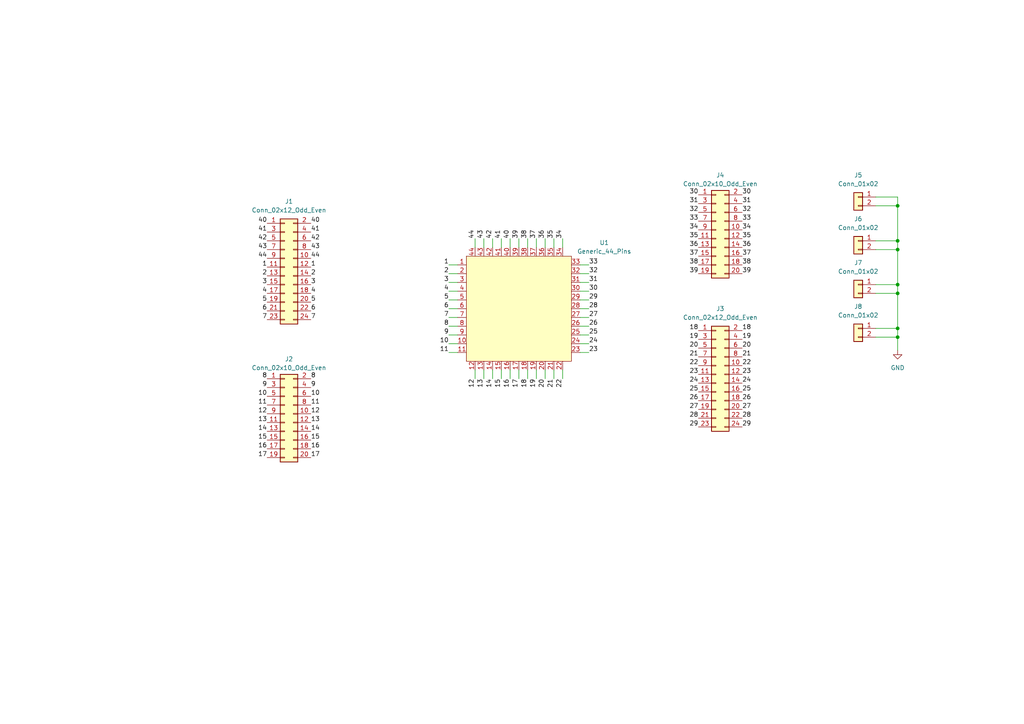
<source format=kicad_sch>
(kicad_sch (version 20230121) (generator eeschema)
  (paper "A4")
  (lib_symbols
    (symbol "Connector_Generic:Conn_01x02" (pin_names (offset 1.016) hide)
      (property "Reference" "J" (at 0 2.54 0))
      (property "Value" "Conn_01x02" (at 0 -5.08 0))
      (symbol "Conn_01x02_1_1"
        (rectangle (start -1.27 -2.413) (end 0 -2.667) (stroke (width 0.1524)))
        (rectangle (start -1.27 0.127) (end 0 -0.127) (stroke (width 0.1524)))
        (rectangle (start -1.27 1.27) (end 1.27 -3.81) (stroke (width 0.254)) (fill (type background)))
        (pin passive line (at -5.08 0 0) (length 3.81) (name "Pin_1") (number "1"))
        (pin passive line (at -5.08 -2.54 0) (length 3.81) (name "Pin_2") (number "2"))
      )
    )
    (symbol "Connector_Generic:Conn_02x10_Odd_Even" (pin_names (offset 1.016) hide)
      (property "Reference" "J" (at 1.27 12.7 0))
      (property "Value" "Conn_02x10_Odd_Even" (at 1.27 -15.24 0))
      (symbol "Conn_02x10_Odd_Even_1_1"
        (rectangle (start -1.27 -12.573) (end 0 -12.827) (stroke (width 0.1524)))
        (rectangle (start -1.27 -10.033) (end 0 -10.287) (stroke (width 0.1524)))
        (rectangle (start -1.27 -7.493) (end 0 -7.747) (stroke (width 0.1524)))
        (rectangle (start -1.27 -4.953) (end 0 -5.207) (stroke (width 0.1524)))
        (rectangle (start -1.27 -2.413) (end 0 -2.667) (stroke (width 0.1524)))
        (rectangle (start -1.27 0.127) (end 0 -0.127) (stroke (width 0.1524)))
        (rectangle (start -1.27 2.667) (end 0 2.413) (stroke (width 0.1524)))
        (rectangle (start -1.27 5.207) (end 0 4.953) (stroke (width 0.1524)))
        (rectangle (start -1.27 7.747) (end 0 7.493) (stroke (width 0.1524)))
        (rectangle (start -1.27 10.287) (end 0 10.033) (stroke (width 0.1524)))
        (rectangle (start -1.27 11.43) (end 3.81 -13.97) (stroke (width 0.254)) (fill (type background)))
        (rectangle (start 3.81 -12.573) (end 2.54 -12.827) (stroke (width 0.1524)))
        (rectangle (start 3.81 -10.033) (end 2.54 -10.287) (stroke (width 0.1524)))
        (rectangle (start 3.81 -7.493) (end 2.54 -7.747) (stroke (width 0.1524)))
        (rectangle (start 3.81 -4.953) (end 2.54 -5.207) (stroke (width 0.1524)))
        (rectangle (start 3.81 -2.413) (end 2.54 -2.667) (stroke (width 0.1524)))
        (rectangle (start 3.81 0.127) (end 2.54 -0.127) (stroke (width 0.1524)))
        (rectangle (start 3.81 2.667) (end 2.54 2.413) (stroke (width 0.1524)))
        (rectangle (start 3.81 5.207) (end 2.54 4.953) (stroke (width 0.1524)))
        (rectangle (start 3.81 7.747) (end 2.54 7.493) (stroke (width 0.1524)))
        (rectangle (start 3.81 10.287) (end 2.54 10.033) (stroke (width 0.1524)))
        (pin passive line (at -5.08 10.16 0) (length 3.81) (name "Pin_1") (number "1"))
        (pin passive line (at 7.62 0 180) (length 3.81) (name "Pin_10") (number "10"))
        (pin passive line (at -5.08 -2.54 0) (length 3.81) (name "Pin_11") (number "11"))
        (pin passive line (at 7.62 -2.54 180) (length 3.81) (name "Pin_12") (number "12"))
        (pin passive line (at -5.08 -5.08 0) (length 3.81) (name "Pin_13") (number "13"))
        (pin passive line (at 7.62 -5.08 180) (length 3.81) (name "Pin_14") (number "14"))
        (pin passive line (at -5.08 -7.62 0) (length 3.81) (name "Pin_15") (number "15"))
        (pin passive line (at 7.62 -7.62 180) (length 3.81) (name "Pin_16") (number "16"))
        (pin passive line (at -5.08 -10.16 0) (length 3.81) (name "Pin_17") (number "17"))
        (pin passive line (at 7.62 -10.16 180) (length 3.81) (name "Pin_18") (number "18"))
        (pin passive line (at -5.08 -12.7 0) (length 3.81) (name "Pin_19") (number "19"))
        (pin passive line (at 7.62 10.16 180) (length 3.81) (name "Pin_2") (number "2"))
        (pin passive line (at 7.62 -12.7 180) (length 3.81) (name "Pin_20") (number "20"))
        (pin passive line (at -5.08 7.62 0) (length 3.81) (name "Pin_3") (number "3"))
        (pin passive line (at 7.62 7.62 180) (length 3.81) (name "Pin_4") (number "4"))
        (pin passive line (at -5.08 5.08 0) (length 3.81) (name "Pin_5") (number "5"))
        (pin passive line (at 7.62 5.08 180) (length 3.81) (name "Pin_6") (number "6"))
        (pin passive line (at -5.08 2.54 0) (length 3.81) (name "Pin_7") (number "7"))
        (pin passive line (at 7.62 2.54 180) (length 3.81) (name "Pin_8") (number "8"))
        (pin passive line (at -5.08 0 0) (length 3.81) (name "Pin_9") (number "9"))
      )
    )
    (symbol "Connector_Generic:Conn_02x12_Odd_Even" (pin_names (offset 1.016) hide)
      (property "Reference" "J" (at 1.27 15.24 0))
      (property "Value" "Conn_02x12_Odd_Even" (at 1.27 -17.78 0))
      (symbol "Conn_02x12_Odd_Even_1_1"
        (rectangle (start -1.27 -15.113) (end 0 -15.367) (stroke (width 0.1524)))
        (rectangle (start -1.27 -12.573) (end 0 -12.827) (stroke (width 0.1524)))
        (rectangle (start -1.27 -10.033) (end 0 -10.287) (stroke (width 0.1524)))
        (rectangle (start -1.27 -7.493) (end 0 -7.747) (stroke (width 0.1524)))
        (rectangle (start -1.27 -4.953) (end 0 -5.207) (stroke (width 0.1524)))
        (rectangle (start -1.27 -2.413) (end 0 -2.667) (stroke (width 0.1524)))
        (rectangle (start -1.27 0.127) (end 0 -0.127) (stroke (width 0.1524)))
        (rectangle (start -1.27 2.667) (end 0 2.413) (stroke (width 0.1524)))
        (rectangle (start -1.27 5.207) (end 0 4.953) (stroke (width 0.1524)))
        (rectangle (start -1.27 7.747) (end 0 7.493) (stroke (width 0.1524)))
        (rectangle (start -1.27 10.287) (end 0 10.033) (stroke (width 0.1524)))
        (rectangle (start -1.27 12.827) (end 0 12.573) (stroke (width 0.1524)))
        (rectangle (start -1.27 13.97) (end 3.81 -16.51) (stroke (width 0.254)) (fill (type background)))
        (rectangle (start 3.81 -15.113) (end 2.54 -15.367) (stroke (width 0.1524)))
        (rectangle (start 3.81 -12.573) (end 2.54 -12.827) (stroke (width 0.1524)))
        (rectangle (start 3.81 -10.033) (end 2.54 -10.287) (stroke (width 0.1524)))
        (rectangle (start 3.81 -7.493) (end 2.54 -7.747) (stroke (width 0.1524)))
        (rectangle (start 3.81 -4.953) (end 2.54 -5.207) (stroke (width 0.1524)))
        (rectangle (start 3.81 -2.413) (end 2.54 -2.667) (stroke (width 0.1524)))
        (rectangle (start 3.81 0.127) (end 2.54 -0.127) (stroke (width 0.1524)))
        (rectangle (start 3.81 2.667) (end 2.54 2.413) (stroke (width 0.1524)))
        (rectangle (start 3.81 5.207) (end 2.54 4.953) (stroke (width 0.1524)))
        (rectangle (start 3.81 7.747) (end 2.54 7.493) (stroke (width 0.1524)))
        (rectangle (start 3.81 10.287) (end 2.54 10.033) (stroke (width 0.1524)))
        (rectangle (start 3.81 12.827) (end 2.54 12.573) (stroke (width 0.1524)))
        (pin passive line (at -5.08 12.7 0) (length 3.81) (name "Pin_1") (number "1"))
        (pin passive line (at 7.62 2.54 180) (length 3.81) (name "Pin_10") (number "10"))
        (pin passive line (at -5.08 0 0) (length 3.81) (name "Pin_11") (number "11"))
        (pin passive line (at 7.62 0 180) (length 3.81) (name "Pin_12") (number "12"))
        (pin passive line (at -5.08 -2.54 0) (length 3.81) (name "Pin_13") (number "13"))
        (pin passive line (at 7.62 -2.54 180) (length 3.81) (name "Pin_14") (number "14"))
        (pin passive line (at -5.08 -5.08 0) (length 3.81) (name "Pin_15") (number "15"))
        (pin passive line (at 7.62 -5.08 180) (length 3.81) (name "Pin_16") (number "16"))
        (pin passive line (at -5.08 -7.62 0) (length 3.81) (name "Pin_17") (number "17"))
        (pin passive line (at 7.62 -7.62 180) (length 3.81) (name "Pin_18") (number "18"))
        (pin passive line (at -5.08 -10.16 0) (length 3.81) (name "Pin_19") (number "19"))
        (pin passive line (at 7.62 12.7 180) (length 3.81) (name "Pin_2") (number "2"))
        (pin passive line (at 7.62 -10.16 180) (length 3.81) (name "Pin_20") (number "20"))
        (pin passive line (at -5.08 -12.7 0) (length 3.81) (name "Pin_21") (number "21"))
        (pin passive line (at 7.62 -12.7 180) (length 3.81) (name "Pin_22") (number "22"))
        (pin passive line (at -5.08 -15.24 0) (length 3.81) (name "Pin_23") (number "23"))
        (pin passive line (at 7.62 -15.24 180) (length 3.81) (name "Pin_24") (number "24"))
        (pin passive line (at -5.08 10.16 0) (length 3.81) (name "Pin_3") (number "3"))
        (pin passive line (at 7.62 10.16 180) (length 3.81) (name "Pin_4") (number "4"))
        (pin passive line (at -5.08 7.62 0) (length 3.81) (name "Pin_5") (number "5"))
        (pin passive line (at 7.62 7.62 180) (length 3.81) (name "Pin_6") (number "6"))
        (pin passive line (at -5.08 5.08 0) (length 3.81) (name "Pin_7") (number "7"))
        (pin passive line (at 7.62 5.08 180) (length 3.81) (name "Pin_8") (number "8"))
        (pin passive line (at -5.08 2.54 0) (length 3.81) (name "Pin_9") (number "9"))
      )
    )
    (symbol "MyLibrary2023:Generic_44_Pins" (pin_names hide)
      (property "Reference" "U" (at -10.16 7.62 0))
      (property "Value" "Generic_44_Pins" (at -10.16 1.27 0))
      (symbol "Generic_44_Pins_1_1"
        (rectangle (start -25.4 15.24) (end 5.08 -15.24) (fill (type background)))
        (pin bidirectional line (at -27.94 12.7 0) (length 2.54) (name "1") (number "1"))
        (pin bidirectional line (at -27.94 -10.16 0) (length 2.54) (name "10") (number "10"))
        (pin bidirectional line (at -27.94 -12.7 0) (length 2.54) (name "11") (number "11"))
        (pin bidirectional line (at -22.86 -17.78 90) (length 2.54) (name "12") (number "12"))
        (pin bidirectional line (at -20.32 -17.78 90) (length 2.54) (name "13") (number "13"))
        (pin bidirectional line (at -17.78 -17.78 90) (length 2.54) (name "14") (number "14"))
        (pin bidirectional line (at -15.24 -17.78 90) (length 2.54) (name "15") (number "15"))
        (pin bidirectional line (at -12.7 -17.78 90) (length 2.54) (name "16") (number "16"))
        (pin bidirectional line (at -10.16 -17.78 90) (length 2.54) (name "17") (number "17"))
        (pin bidirectional line (at -7.62 -17.78 90) (length 2.54) (name "18") (number "18"))
        (pin bidirectional line (at -5.08 -17.78 90) (length 2.54) (name "19") (number "19"))
        (pin bidirectional line (at -27.94 10.16 0) (length 2.54) (name "2") (number "2"))
        (pin bidirectional line (at -2.54 -17.78 90) (length 2.54) (name "20") (number "20"))
        (pin bidirectional line (at 0 -17.78 90) (length 2.54) (name "21") (number "21"))
        (pin bidirectional line (at 2.54 -17.78 90) (length 2.54) (name "22") (number "22"))
        (pin bidirectional line (at 7.62 -12.7 180) (length 2.54) (name "23") (number "23"))
        (pin bidirectional line (at 7.62 -10.16 180) (length 2.54) (name "24") (number "24"))
        (pin bidirectional line (at 7.62 -7.62 180) (length 2.54) (name "25") (number "25"))
        (pin bidirectional line (at 7.62 -5.08 180) (length 2.54) (name "26") (number "26"))
        (pin bidirectional line (at 7.62 -2.54 180) (length 2.54) (name "27") (number "27"))
        (pin bidirectional line (at 7.62 0 180) (length 2.54) (name "28") (number "28"))
        (pin bidirectional line (at 7.62 2.54 180) (length 2.54) (name "29") (number "29"))
        (pin bidirectional line (at -27.94 7.62 0) (length 2.54) (name "3") (number "3"))
        (pin bidirectional line (at 7.62 5.08 180) (length 2.54) (name "30") (number "30"))
        (pin bidirectional line (at 7.62 7.62 180) (length 2.54) (name "31") (number "31"))
        (pin bidirectional line (at 7.62 10.16 180) (length 2.54) (name "32") (number "32"))
        (pin bidirectional line (at 7.62 12.7 180) (length 2.54) (name "33") (number "33"))
        (pin bidirectional line (at 2.54 17.78 270) (length 2.54) (name "34") (number "34"))
        (pin bidirectional line (at 0 17.78 270) (length 2.54) (name "35") (number "35"))
        (pin bidirectional line (at -2.54 17.78 270) (length 2.54) (name "36") (number "36"))
        (pin bidirectional line (at -5.08 17.78 270) (length 2.54) (name "37") (number "37"))
        (pin bidirectional line (at -7.62 17.78 270) (length 2.54) (name "38") (number "38"))
        (pin bidirectional line (at -10.16 17.78 270) (length 2.54) (name "39") (number "39"))
        (pin bidirectional line (at -27.94 5.08 0) (length 2.54) (name "4") (number "4"))
        (pin bidirectional line (at -12.7 17.78 270) (length 2.54) (name "40") (number "40"))
        (pin bidirectional line (at -15.24 17.78 270) (length 2.54) (name "41") (number "41"))
        (pin bidirectional line (at -17.78 17.78 270) (length 2.54) (name "42") (number "42"))
        (pin bidirectional line (at -20.32 17.78 270) (length 2.54) (name "43") (number "43"))
        (pin bidirectional line (at -22.86 17.78 270) (length 2.54) (name "44") (number "44"))
        (pin bidirectional line (at -27.94 2.54 0) (length 2.54) (name "5") (number "5"))
        (pin bidirectional line (at -27.94 0 0) (length 2.54) (name "6") (number "6"))
        (pin bidirectional line (at -27.94 -2.54 0) (length 2.54) (name "7") (number "7"))
        (pin bidirectional line (at -27.94 -5.08 0) (length 2.54) (name "8") (number "8"))
        (pin bidirectional line (at -27.94 -7.62 0) (length 2.54) (name "9") (number "9"))
      )
    )
    (symbol "power:GND" (power) (pin_names (offset 0))
      (property "Value" "GND" (at 0 -3.81 0))
      (symbol "GND_0_1"
        (polyline (pts (xy 0 0) (xy 0 -1.27) (xy 1.27 -1.27) (xy 0 -2.54) (xy -1.27 -1.27) (xy 0 -1.27)))
      )
      (symbol "GND_1_1"
        (pin power_in line (at 0 0 270) (length 0) hide (name "GND") (number "1"))
      )
    )
  )
  (junction (at 260.35 82.55))
  (junction (at 260.35 97.79))
  (junction (at 260.35 69.85))
  (junction (at 260.35 95.25))
  (junction (at 260.35 72.39))
  (junction (at 260.35 59.69))
  (junction (at 260.35 85.09))
  (wire (pts (xy 260.35 95.25) (xy 260.35 97.79)))
  (wire (pts (xy 150.495 71.755) (xy 150.495 69.215)))
  (wire (pts (xy 130.175 86.995) (xy 132.715 86.995)))
  (wire (pts (xy 142.875 109.855) (xy 142.875 107.315)))
  (wire (pts (xy 260.35 97.79) (xy 260.35 101.6)))
  (wire (pts (xy 130.175 94.615) (xy 132.715 94.615)))
  (wire (pts (xy 153.035 109.855) (xy 153.035 107.315)))
  (wire (pts (xy 260.35 85.09) (xy 260.35 95.25)))
  (wire (pts (xy 160.655 69.215) (xy 160.655 71.755)))
  (wire (pts (xy 168.275 94.615) (xy 170.815 94.615)))
  (wire (pts (xy 145.415 71.755) (xy 145.415 69.215)))
  (wire (pts (xy 147.955 71.755) (xy 147.955 69.215)))
  (wire (pts (xy 137.795 109.855) (xy 137.795 107.315)))
  (wire (pts (xy 137.795 71.755) (xy 137.795 69.215)))
  (wire (pts (xy 158.115 71.755) (xy 158.115 69.215)))
  (wire (pts (xy 254 97.79) (xy 260.35 97.79)))
  (wire (pts (xy 254 59.69) (xy 260.35 59.69)))
  (wire (pts (xy 130.175 81.915) (xy 132.715 81.915)))
  (wire (pts (xy 153.035 71.755) (xy 153.035 69.215)))
  (wire (pts (xy 168.275 84.455) (xy 170.815 84.455)))
  (wire (pts (xy 163.195 109.855) (xy 163.195 107.315)))
  (wire (pts (xy 254 95.25) (xy 260.35 95.25)))
  (wire (pts (xy 163.195 69.215) (xy 163.195 71.755)))
  (wire (pts (xy 130.175 84.455) (xy 132.715 84.455)))
  (wire (pts (xy 140.335 109.855) (xy 140.335 107.315)))
  (wire (pts (xy 130.175 97.155) (xy 132.715 97.155)))
  (wire (pts (xy 260.35 82.55) (xy 260.35 85.09)))
  (wire (pts (xy 130.175 102.235) (xy 132.715 102.235)))
  (wire (pts (xy 168.275 97.155) (xy 170.815 97.155)))
  (wire (pts (xy 254 69.85) (xy 260.35 69.85)))
  (wire (pts (xy 160.655 109.855) (xy 160.655 107.315)))
  (wire (pts (xy 130.175 99.695) (xy 132.715 99.695)))
  (wire (pts (xy 130.175 76.835) (xy 132.715 76.835)))
  (wire (pts (xy 260.35 59.69) (xy 260.35 69.85)))
  (wire (pts (xy 260.35 72.39) (xy 260.35 82.55)))
  (wire (pts (xy 254 72.39) (xy 260.35 72.39)))
  (wire (pts (xy 260.35 57.15) (xy 260.35 59.69)))
  (wire (pts (xy 155.575 109.855) (xy 155.575 107.315)))
  (wire (pts (xy 155.575 71.755) (xy 155.575 69.215)))
  (wire (pts (xy 168.275 92.075) (xy 170.815 92.075)))
  (wire (pts (xy 254 57.15) (xy 260.35 57.15)))
  (wire (pts (xy 142.875 71.755) (xy 142.875 69.215)))
  (wire (pts (xy 158.115 109.855) (xy 158.115 107.315)))
  (wire (pts (xy 140.335 71.755) (xy 140.335 69.215)))
  (wire (pts (xy 168.275 76.835) (xy 170.815 76.835)))
  (wire (pts (xy 150.495 109.855) (xy 150.495 107.315)))
  (wire (pts (xy 147.955 109.855) (xy 147.955 107.315)))
  (wire (pts (xy 130.175 92.075) (xy 132.715 92.075)))
  (wire (pts (xy 260.35 69.85) (xy 260.35 72.39)))
  (wire (pts (xy 168.275 89.535) (xy 170.815 89.535)))
  (wire (pts (xy 168.275 79.375) (xy 170.815 79.375)))
  (wire (pts (xy 130.175 79.375) (xy 132.715 79.375)))
  (wire (pts (xy 145.415 109.855) (xy 145.415 107.315)))
  (wire (pts (xy 168.275 81.915) (xy 170.815 81.915)))
  (wire (pts (xy 254 82.55) (xy 260.35 82.55)))
  (wire (pts (xy 254 85.09) (xy 260.35 85.09)))
  (wire (pts (xy 168.275 102.235) (xy 170.815 102.235)))
  (wire (pts (xy 168.275 86.995) (xy 170.815 86.995)))
  (wire (pts (xy 130.175 89.535) (xy 132.715 89.535)))
  (wire (pts (xy 168.275 99.695) (xy 170.815 99.695)))
  (label "34" (at 202.565 66.675 180))
  (label "22" (at 163.195 109.855 270))
  (label "5" (at 77.47 87.63 180))
  (label "42" (at 77.47 69.85 180))
  (label "39" (at 202.565 79.375 180))
  (label "32" (at 202.565 61.595 180))
  (label "12" (at 90.17 120.015 0))
  (label "7" (at 130.175 92.075 180))
  (label "40" (at 90.17 64.77 0))
  (label "29" (at 202.565 123.825 180))
  (label "18" (at 202.565 95.885 180))
  (label "9" (at 130.175 97.155 180))
  (label "30" (at 215.265 56.515 0))
  (label "18" (at 215.265 95.885 0))
  (label "11" (at 90.17 117.475 0))
  (label "10" (at 77.47 114.935 180))
  (label "33" (at 170.815 76.835 0))
  (label "44" (at 137.795 69.215 90))
  (label "13" (at 140.335 109.855 270))
  (label "38" (at 202.565 76.835 180))
  (label "33" (at 202.565 64.135 180))
  (label "39" (at 150.495 69.215 90))
  (label "43" (at 90.17 72.39 0))
  (label "14" (at 90.17 125.095 0))
  (label "25" (at 170.815 97.155 0))
  (label "27" (at 215.265 118.745 0))
  (label "41" (at 90.17 67.31 0))
  (label "19" (at 215.265 98.425 0))
  (label "10" (at 130.175 99.695 180))
  (label "11" (at 130.175 102.235 180))
  (label "30" (at 170.815 84.455 0))
  (label "28" (at 215.265 121.285 0))
  (label "14" (at 142.875 109.855 270))
  (label "2" (at 77.47 80.01 180))
  (label "15" (at 77.47 127.635 180))
  (label "14" (at 77.47 125.095 180))
  (label "35" (at 215.265 69.215 0))
  (label "42" (at 142.875 69.215 90))
  (label "16" (at 147.955 109.855 270))
  (label "4" (at 90.17 85.09 0))
  (label "6" (at 90.17 90.17 0))
  (label "28" (at 202.565 121.285 180))
  (label "32" (at 215.265 61.595 0))
  (label "7" (at 90.17 92.71 0))
  (label "44" (at 77.47 74.93 180))
  (label "4" (at 130.175 84.455 180))
  (label "22" (at 215.265 106.045 0))
  (label "36" (at 215.265 71.755 0))
  (label "22" (at 202.565 106.045 180))
  (label "2" (at 90.17 80.01 0))
  (label "26" (at 202.565 116.205 180))
  (label "6" (at 130.175 89.535 180))
  (label "36" (at 158.115 69.215 90))
  (label "2" (at 130.175 79.375 180))
  (label "38" (at 215.265 76.835 0))
  (label "37" (at 215.265 74.295 0))
  (label "32" (at 170.815 79.375 0))
  (label "33" (at 215.265 64.135 0))
  (label "3" (at 90.17 82.55 0))
  (label "27" (at 202.565 118.745 180))
  (label "24" (at 170.815 99.695 0))
  (label "37" (at 202.565 74.295 180))
  (label "1" (at 90.17 77.47 0))
  (label "8" (at 77.47 109.855 180))
  (label "16" (at 90.17 130.175 0))
  (label "19" (at 155.575 109.855 270))
  (label "16" (at 77.47 130.175 180))
  (label "15" (at 145.415 109.855 270))
  (label "40" (at 147.955 69.215 90))
  (label "9" (at 77.47 112.395 180))
  (label "29" (at 215.265 123.825 0))
  (label "21" (at 202.565 103.505 180))
  (label "17" (at 77.47 132.715 180))
  (label "12" (at 137.795 109.855 270))
  (label "35" (at 202.565 69.215 180))
  (label "15" (at 90.17 127.635 0))
  (label "31" (at 202.565 59.055 180))
  (label "20" (at 158.115 109.855 270))
  (label "27" (at 170.815 92.075 0))
  (label "39" (at 215.265 79.375 0))
  (label "31" (at 170.815 81.915 0))
  (label "1" (at 130.175 76.835 180))
  (label "20" (at 215.265 100.965 0))
  (label "12" (at 77.47 120.015 180))
  (label "37" (at 155.575 69.215 90))
  (label "42" (at 90.17 69.85 0))
  (label "1" (at 77.47 77.47 180))
  (label "41" (at 77.47 67.31 180))
  (label "6" (at 77.47 90.17 180))
  (label "25" (at 215.265 113.665 0))
  (label "43" (at 77.47 72.39 180))
  (label "44" (at 90.17 74.93 0))
  (label "23" (at 202.565 108.585 180))
  (label "8" (at 90.17 109.855 0))
  (label "13" (at 77.47 122.555 180))
  (label "34" (at 215.265 66.675 0))
  (label "18" (at 153.035 109.855 270))
  (label "24" (at 202.565 111.125 180))
  (label "31" (at 215.265 59.055 0))
  (label "4" (at 77.47 85.09 180))
  (label "17" (at 150.495 109.855 270))
  (label "17" (at 90.17 132.715 0))
  (label "5" (at 90.17 87.63 0))
  (label "26" (at 170.815 94.615 0))
  (label "21" (at 215.265 103.505 0))
  (label "20" (at 202.565 100.965 180))
  (label "28" (at 170.815 89.535 0))
  (label "25" (at 202.565 113.665 180))
  (label "29" (at 170.815 86.995 0))
  (label "43" (at 140.335 69.215 90))
  (label "8" (at 130.175 94.615 180))
  (label "36" (at 202.565 71.755 180))
  (label "40" (at 77.47 64.77 180))
  (label "9" (at 90.17 112.395 0))
  (label "30" (at 202.565 56.515 180))
  (label "13" (at 90.17 122.555 0))
  (label "3" (at 77.47 82.55 180))
  (label "34" (at 163.195 69.215 90))
  (label "21" (at 160.655 109.855 270))
  (label "3" (at 130.175 81.915 180))
  (label "23" (at 170.815 102.235 0))
  (label "11" (at 77.47 117.475 180))
  (label "41" (at 145.415 69.215 90))
  (label "10" (at 90.17 114.935 0))
  (label "23" (at 215.265 108.585 0))
  (label "19" (at 202.565 98.425 180))
  (label "38" (at 153.035 69.215 90))
  (label "5" (at 130.175 86.995 180))
  (label "24" (at 215.265 111.125 0))
  (label "26" (at 215.265 116.205 0))
  (label "35" (at 160.655 69.215 90))
  (label "7" (at 77.47 92.71 180))
  (symbol (lib_id "Connector_Generic:Conn_01x02") (at 248.92 95.25 0) (mirror y) (unit 1)
    (property "Reference" "J8" (at 248.92 88.9 0))
    (property "Value" "Conn_01x02" (at 248.92 91.44 0))
    (property "Footprint" "Connector_PinHeader_2.54mm:PinHeader_1x02_P2.54mm_Vertical" (effects hide))
  )
  (symbol (lib_id "Connector_Generic:Conn_01x02") (at 248.92 57.15 0) (mirror y) (unit 1)
    (property "Reference" "J5" (at 248.92 50.8 0))
    (property "Value" "Conn_01x02" (at 248.92 53.34 0))
    (property "Footprint" "Connector_PinHeader_2.54mm:PinHeader_1x02_P2.54mm_Vertical" (effects hide))
  )
  (symbol (lib_id "power:GND") (at 260.35 101.6 0) (unit 1)
    (property "Reference" "#PWR01" (effects hide))
    (property "Value" "GND" (at 260.35 106.68 0))
  )
  (symbol (lib_id "Connector_Generic:Conn_02x10_Odd_Even") (at 207.645 66.675 0) (unit 1)
    (property "Reference" "J4" (at 208.915 50.8 0))
    (property "Value" "Conn_02x10_Odd_Even" (at 208.915 53.34 0))
    (property "Footprint" "Connector_PinSocket_2.54mm:PinSocket_2x10_P2.54mm_Vertical" (effects hide))
  )
  (symbol (lib_id "Connector_Generic:Conn_02x10_Odd_Even") (at 82.55 120.015 0) (unit 1)
    (property "Reference" "J2" (at 83.82 104.14 0))
    (property "Value" "Conn_02x10_Odd_Even" (at 83.82 106.68 0))
    (property "Footprint" "Connector_PinSocket_2.54mm:PinSocket_2x10_P2.54mm_Vertical" (effects hide))
  )
  (symbol (lib_id "Connector_Generic:Conn_01x02") (at 248.92 69.85 0) (mirror y) (unit 1)
    (property "Reference" "J6" (at 248.92 63.5 0))
    (property "Value" "Conn_01x02" (at 248.92 66.04 0))
    (property "Footprint" "Connector_PinHeader_2.54mm:PinHeader_1x02_P2.54mm_Vertical" (effects hide))
  )
  (symbol (lib_id "Connector_Generic:Conn_02x12_Odd_Even") (at 82.55 77.47 0) (unit 1)
    (property "Reference" "J1" (at 83.82 58.42 0))
    (property "Value" "Conn_02x12_Odd_Even" (at 83.82 60.96 0))
    (property "Footprint" "Connector_PinSocket_2.54mm:PinSocket_2x12_P2.54mm_Vertical" (effects hide))
  )
  (symbol (lib_id "MyLibrary2023:Generic_44_Pins") (at 160.655 89.535 0) (unit 1)
    (property "Reference" "U1" (at 175.26 70.3833 0))
    (property "Value" "Generic_44_Pins" (at 175.26 72.9233 0))
    (property "Footprint" "Package_LCC:PLCC-44_THT-Socket" (effects hide))
  )
  (symbol (lib_id "Connector_Generic:Conn_01x02") (at 248.92 82.55 0) (mirror y) (unit 1)
    (property "Reference" "J7" (at 248.92 76.2 0))
    (property "Value" "Conn_01x02" (at 248.92 78.74 0))
    (property "Footprint" "Connector_PinHeader_2.54mm:PinHeader_1x02_P2.54mm_Vertical" (effects hide))
  )
  (symbol (lib_id "Connector_Generic:Conn_02x12_Odd_Even") (at 207.645 108.585 0) (unit 1)
    (property "Reference" "J3" (at 208.915 89.535 0))
    (property "Value" "Conn_02x12_Odd_Even" (at 208.915 92.075 0))
    (property "Footprint" "Connector_PinSocket_2.54mm:PinSocket_2x12_P2.54mm_Vertical" (effects hide))
  )
)
</source>
